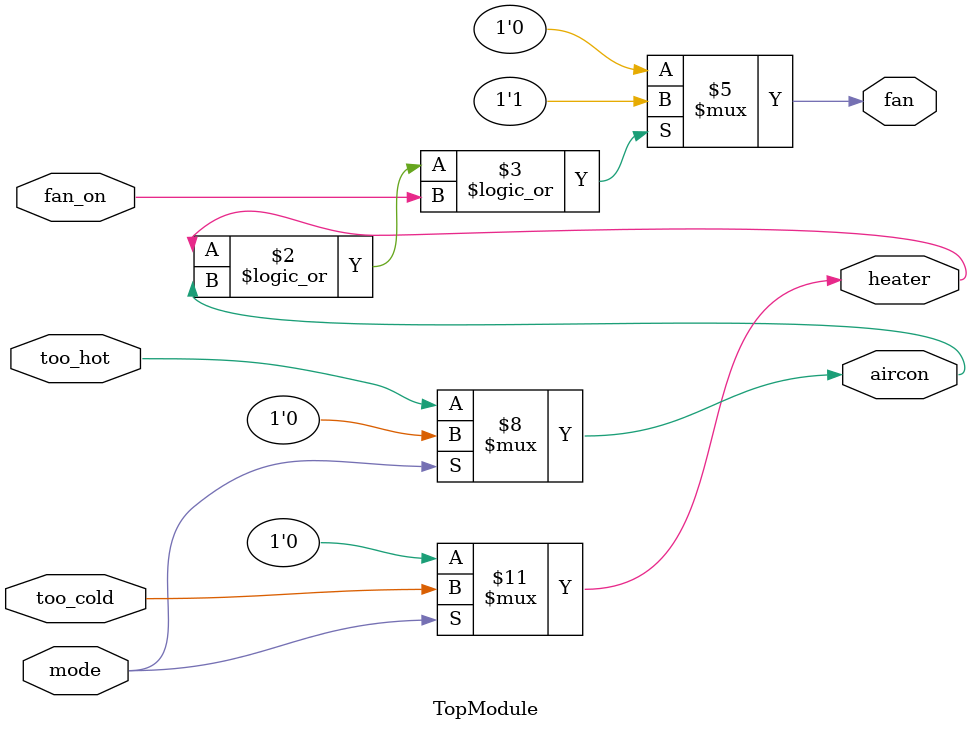
<source format=sv>
module TopModule (
    input logic mode,
    input logic too_cold,
    input logic too_hot,
    input logic fan_on,
    output logic heater,
    output logic aircon,
    output logic fan
);

always @(*) begin
    // Default states
    heater = 1'b0;
    aircon = 1'b0;
    fan = 1'b0;

    // Heater Control
    if (mode) begin // Heating mode
        heater = too_cold;
        aircon = 1'b0;
    end else begin // Cooling mode
        aircon = too_hot;
        heater = 1'b0;
    end

    // Fan Control
    if (heater || aircon || fan_on) begin
        fan = 1'b1;
    end else begin
        fan = 1'b0;
    end
end

endmodule
</source>
